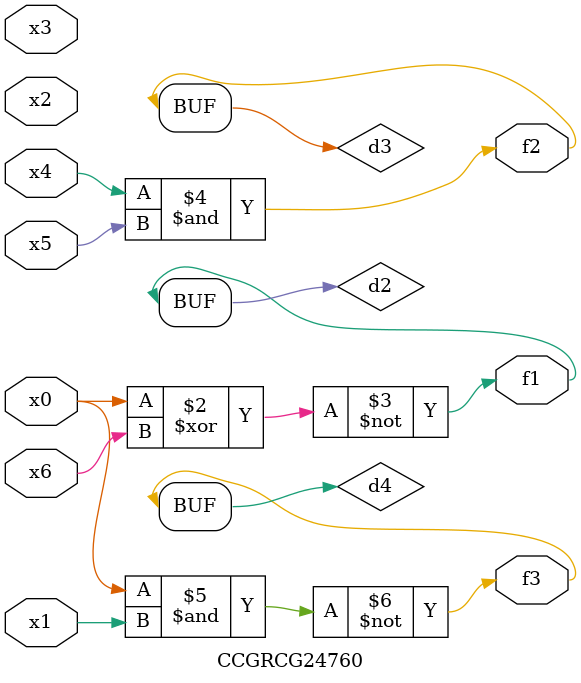
<source format=v>
module CCGRCG24760(
	input x0, x1, x2, x3, x4, x5, x6,
	output f1, f2, f3
);

	wire d1, d2, d3, d4;

	nor (d1, x0);
	xnor (d2, x0, x6);
	and (d3, x4, x5);
	nand (d4, x0, x1);
	assign f1 = d2;
	assign f2 = d3;
	assign f3 = d4;
endmodule

</source>
